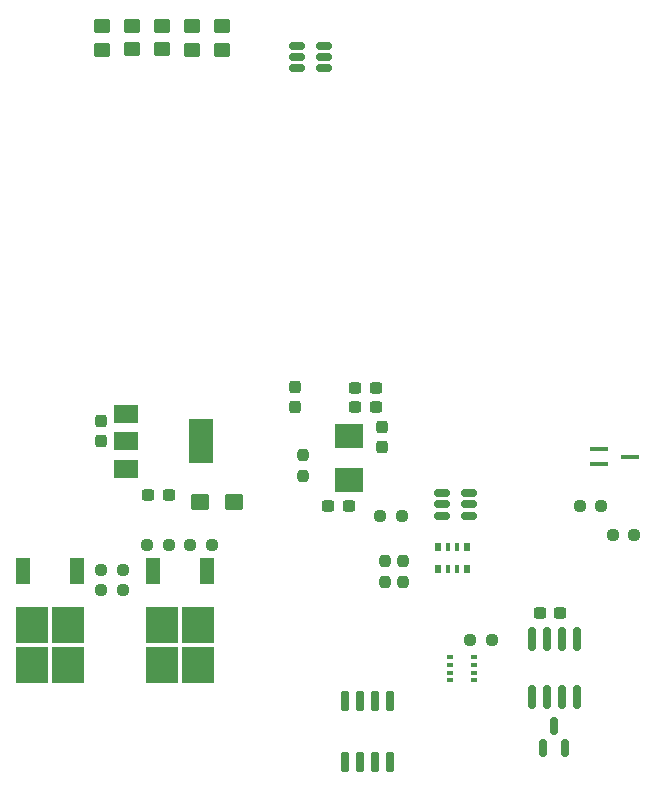
<source format=gbr>
%TF.GenerationSoftware,KiCad,Pcbnew,6.0.10*%
%TF.CreationDate,2023-01-12T12:24:56+03:00*%
%TF.ProjectId,nitrogen,6e697472-6f67-4656-9e2e-6b696361645f,rev?*%
%TF.SameCoordinates,Original*%
%TF.FileFunction,Paste,Top*%
%TF.FilePolarity,Positive*%
%FSLAX46Y46*%
G04 Gerber Fmt 4.6, Leading zero omitted, Abs format (unit mm)*
G04 Created by KiCad (PCBNEW 6.0.10) date 2023-01-12 12:24:56*
%MOMM*%
%LPD*%
G01*
G04 APERTURE LIST*
G04 Aperture macros list*
%AMRoundRect*
0 Rectangle with rounded corners*
0 $1 Rounding radius*
0 $2 $3 $4 $5 $6 $7 $8 $9 X,Y pos of 4 corners*
0 Add a 4 corners polygon primitive as box body*
4,1,4,$2,$3,$4,$5,$6,$7,$8,$9,$2,$3,0*
0 Add four circle primitives for the rounded corners*
1,1,$1+$1,$2,$3*
1,1,$1+$1,$4,$5*
1,1,$1+$1,$6,$7*
1,1,$1+$1,$8,$9*
0 Add four rect primitives between the rounded corners*
20,1,$1+$1,$2,$3,$4,$5,0*
20,1,$1+$1,$4,$5,$6,$7,0*
20,1,$1+$1,$6,$7,$8,$9,0*
20,1,$1+$1,$8,$9,$2,$3,0*%
G04 Aperture macros list end*
%ADD10RoundRect,0.250000X0.450000X-0.350000X0.450000X0.350000X-0.450000X0.350000X-0.450000X-0.350000X0*%
%ADD11RoundRect,0.150000X-0.150000X0.725000X-0.150000X-0.725000X0.150000X-0.725000X0.150000X0.725000X0*%
%ADD12RoundRect,0.237500X-0.250000X-0.237500X0.250000X-0.237500X0.250000X0.237500X-0.250000X0.237500X0*%
%ADD13RoundRect,0.150000X0.512500X0.150000X-0.512500X0.150000X-0.512500X-0.150000X0.512500X-0.150000X0*%
%ADD14R,2.750000X3.050000*%
%ADD15R,1.200000X2.200000*%
%ADD16R,2.000000X1.500000*%
%ADD17R,2.000000X3.800000*%
%ADD18R,0.500000X0.350000*%
%ADD19RoundRect,0.237500X-0.300000X-0.237500X0.300000X-0.237500X0.300000X0.237500X-0.300000X0.237500X0*%
%ADD20R,2.400000X2.000000*%
%ADD21RoundRect,0.150000X-0.512500X-0.150000X0.512500X-0.150000X0.512500X0.150000X-0.512500X0.150000X0*%
%ADD22RoundRect,0.237500X0.300000X0.237500X-0.300000X0.237500X-0.300000X-0.237500X0.300000X-0.237500X0*%
%ADD23RoundRect,0.237500X0.237500X-0.300000X0.237500X0.300000X-0.237500X0.300000X-0.237500X-0.300000X0*%
%ADD24RoundRect,0.237500X0.250000X0.237500X-0.250000X0.237500X-0.250000X-0.237500X0.250000X-0.237500X0*%
%ADD25R,0.500000X0.800000*%
%ADD26R,0.400000X0.800000*%
%ADD27RoundRect,0.250000X-0.537500X-0.425000X0.537500X-0.425000X0.537500X0.425000X-0.537500X0.425000X0*%
%ADD28RoundRect,0.237500X-0.237500X0.250000X-0.237500X-0.250000X0.237500X-0.250000X0.237500X0.250000X0*%
%ADD29RoundRect,0.150000X-0.150000X0.825000X-0.150000X-0.825000X0.150000X-0.825000X0.150000X0.825000X0*%
%ADD30R,1.500000X0.450000*%
%ADD31RoundRect,0.150000X0.150000X-0.587500X0.150000X0.587500X-0.150000X0.587500X-0.150000X-0.587500X0*%
G04 APERTURE END LIST*
D10*
%TO.C,R34*%
X130556000Y-59674000D03*
X130556000Y-57674000D03*
%TD*%
D11*
%TO.C,U3*%
X147289800Y-114833300D03*
X146019800Y-114833300D03*
X144749800Y-114833300D03*
X143479800Y-114833300D03*
X143479800Y-119983300D03*
X144749800Y-119983300D03*
X146019800Y-119983300D03*
X147289800Y-119983300D03*
%TD*%
D12*
%TO.C,R13*%
X163362800Y-98311400D03*
X165187800Y-98311400D03*
%TD*%
D10*
%TO.C,R28*%
X122936000Y-59674000D03*
X122936000Y-57674000D03*
%TD*%
D12*
%TO.C,R11*%
X146460200Y-99161600D03*
X148285200Y-99161600D03*
%TD*%
D13*
%TO.C,D13*%
X153943900Y-99146400D03*
X153943900Y-98196400D03*
X153943900Y-97246400D03*
X151668900Y-97246400D03*
X151668900Y-98196400D03*
X151668900Y-99146400D03*
%TD*%
D14*
%TO.C,Q2*%
X116975000Y-111775000D03*
X120025000Y-111775000D03*
X120025000Y-108425000D03*
X116975000Y-108425000D03*
D15*
X120780000Y-103800000D03*
X116220000Y-103800000D03*
%TD*%
D16*
%TO.C,U7*%
X124967600Y-90562400D03*
D17*
X131267600Y-92862400D03*
D16*
X124967600Y-92862400D03*
X124967600Y-95162400D03*
%TD*%
D18*
%TO.C,U5*%
X152391000Y-113090600D03*
X152391000Y-112440600D03*
X152391000Y-111790600D03*
X152391000Y-111140600D03*
X154441000Y-111140600D03*
X154441000Y-111790600D03*
X154441000Y-112440600D03*
X154441000Y-113090600D03*
%TD*%
D19*
%TO.C,C16*%
X126848700Y-97383600D03*
X128573700Y-97383600D03*
%TD*%
D12*
%TO.C,R14*%
X166168700Y-100787200D03*
X167993700Y-100787200D03*
%TD*%
D20*
%TO.C,Y1*%
X143814800Y-96084000D03*
X143814800Y-92384000D03*
%TD*%
D21*
%TO.C,D10*%
X139462500Y-59350000D03*
X139462500Y-60300000D03*
X139462500Y-61250000D03*
X141737500Y-61250000D03*
X141737500Y-60300000D03*
X141737500Y-59350000D03*
%TD*%
D10*
%TO.C,R36*%
X133096000Y-59674000D03*
X133096000Y-57674000D03*
%TD*%
D22*
%TO.C,C2*%
X143813700Y-98298000D03*
X142088700Y-98298000D03*
%TD*%
D12*
%TO.C,R6*%
X130405500Y-101600000D03*
X132230500Y-101600000D03*
%TD*%
D23*
%TO.C,C19*%
X122834400Y-92861300D03*
X122834400Y-91136300D03*
%TD*%
%TO.C,C3*%
X146608800Y-93318500D03*
X146608800Y-91593500D03*
%TD*%
D14*
%TO.C,Q3*%
X131025000Y-111775000D03*
X131025000Y-108425000D03*
X127975000Y-108425000D03*
X127975000Y-111775000D03*
D15*
X131780000Y-103800000D03*
X127220000Y-103800000D03*
%TD*%
D22*
%TO.C,C1*%
X161695300Y-107391200D03*
X159970300Y-107391200D03*
%TD*%
D19*
%TO.C,C9*%
X144374700Y-89916000D03*
X146099700Y-89916000D03*
%TD*%
D24*
%TO.C,R4*%
X124661300Y-103784400D03*
X122836300Y-103784400D03*
%TD*%
D25*
%TO.C,RN2*%
X153803200Y-101817600D03*
D26*
X153003200Y-101817600D03*
X152203200Y-101817600D03*
D25*
X151403200Y-101817600D03*
X151403200Y-103617600D03*
D26*
X152203200Y-103617600D03*
X153003200Y-103617600D03*
D25*
X153803200Y-103617600D03*
%TD*%
D27*
%TO.C,C17*%
X131252100Y-97993200D03*
X134127100Y-97993200D03*
%TD*%
D24*
%TO.C,R24*%
X155928700Y-109677200D03*
X154103700Y-109677200D03*
%TD*%
%TO.C,R7*%
X128572900Y-101600000D03*
X126747900Y-101600000D03*
%TD*%
%TO.C,R5*%
X124661300Y-105460800D03*
X122836300Y-105460800D03*
%TD*%
D10*
%TO.C,R30*%
X125476000Y-59658000D03*
X125476000Y-57658000D03*
%TD*%
D23*
%TO.C,C6*%
X139242800Y-89964600D03*
X139242800Y-88239600D03*
%TD*%
D28*
%TO.C,R41*%
X139903200Y-93980000D03*
X139903200Y-95805000D03*
%TD*%
D29*
%TO.C,U1*%
X163100000Y-109550000D03*
X161830000Y-109550000D03*
X160560000Y-109550000D03*
X159290000Y-109550000D03*
X159290000Y-114500000D03*
X160560000Y-114500000D03*
X161830000Y-114500000D03*
X163100000Y-114500000D03*
%TD*%
D30*
%TO.C,Q5*%
X164951900Y-93495800D03*
X164951900Y-94795800D03*
X167611900Y-94145800D03*
%TD*%
D28*
%TO.C,R25*%
X146888200Y-102975400D03*
X146888200Y-104800400D03*
%TD*%
D31*
%TO.C,D6*%
X160250000Y-118837500D03*
X162150000Y-118837500D03*
X161200000Y-116962500D03*
%TD*%
D19*
%TO.C,C8*%
X144374700Y-88341200D03*
X146099700Y-88341200D03*
%TD*%
D28*
%TO.C,R23*%
X148437600Y-102975400D03*
X148437600Y-104800400D03*
%TD*%
D10*
%TO.C,R32*%
X128016000Y-59658000D03*
X128016000Y-57658000D03*
%TD*%
M02*

</source>
